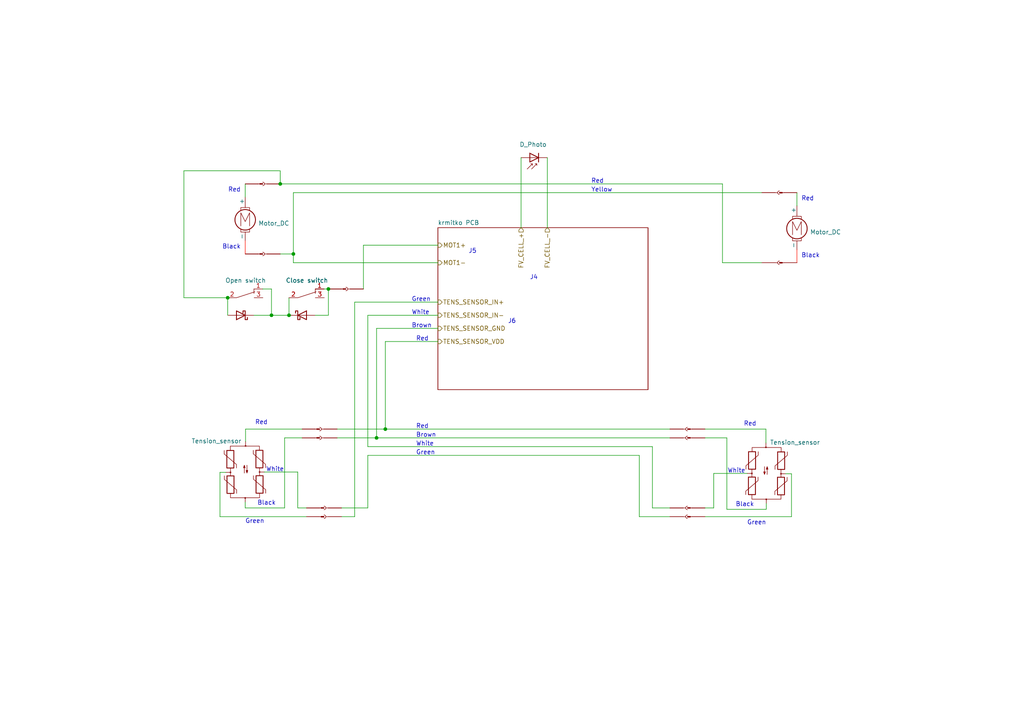
<source format=kicad_sch>
(kicad_sch (version 20230121) (generator eeschema)
  (paper "A4")
  (title_block (title "Elektrická instalace krmítka"))
  (lib_symbols
    (symbol "Conn_01x02_Socket_1" (pin_numbers hide) (pin_names (offset 1.016) hide)
      (property "Reference" "J" (at 0 2.54 0))
      (property "Value" "Conn_01x02_Socket" (at 0 -5.08 0))
      (symbol "Conn_01x02_Socket_1_1_1"
        (arc (start 0 -2.032) (mid -0.5058 -2.54) (end 0 -3.048) (stroke (width 0.1524)))
        (polyline (pts (xy -1.27 -2.54) (xy -0.508 -2.54)) (stroke (width 0.1524)))
        (polyline (pts (xy -1.27 0) (xy -0.508 0)) (stroke (width 0.1524)))
        (arc (start 0 0.508) (mid -0.5058 0) (end 0 -0.508) (stroke (width 0.1524)))
        (pin passive line (at -5.08 0 0) (length 3.81) (name "Pin_1") (number "1"))
        (pin passive line (at -5.08 -2.54 0) (length 3.81) (name "Pin_2") (number "2"))
      )
    )
    (symbol "Connector:Conn_01x01_Pin" (pin_numbers hide) (pin_names (offset 1.016) hide)
      (property "Reference" "J" (at 0 2.54 0))
      (property "Value" "Conn_01x01_Pin" (at 0 -2.54 0))
      (symbol "Conn_01x01_Pin_1_1"
        (polyline (pts (xy 1.27 0) (xy 0.8636 0)) (stroke (width 0.1524)))
        (rectangle (start 0.8636 0.127) (end 0 -0.127) (stroke (width 0.1524)) (fill (type outline)))
        (pin passive line (at 5.08 0 180) (length 3.81) (name "Pin_1") (number "1"))
      )
    )
    (symbol "Connector:Conn_01x01_Socket" (pin_numbers hide) (pin_names (offset 1.016) hide)
      (property "Reference" "J" (at 0 2.54 0))
      (property "Value" "Conn_01x01_Socket" (at 0 -2.54 0))
      (symbol "Conn_01x01_Socket_1_1"
        (polyline (pts (xy -1.27 0) (xy -0.508 0)) (stroke (width 0.1524)))
        (arc (start 0 0.508) (mid -0.5058 0) (end 0 -0.508) (stroke (width 0.1524)))
        (pin passive line (at -5.08 0 0) (length 3.81) (name "Pin_1") (number "1"))
      )
    )
    (symbol "Connector:Conn_01x02_Pin" (pin_numbers hide) (pin_names (offset 1.016) hide)
      (property "Reference" "J" (at 0 2.54 0))
      (property "Value" "Conn_01x02_Pin" (at 0 -5.08 0))
      (symbol "Conn_01x02_Pin_1_1"
        (polyline (pts (xy 1.27 -2.54) (xy 0.8636 -2.54)) (stroke (width 0.1524)))
        (polyline (pts (xy 1.27 0) (xy 0.8636 0)) (stroke (width 0.1524)))
        (rectangle (start 0.8636 -2.413) (end 0 -2.667) (stroke (width 0.1524)) (fill (type outline)))
        (rectangle (start 0.8636 0.127) (end 0 -0.127) (stroke (width 0.1524)) (fill (type outline)))
        (pin passive line (at 5.08 0 180) (length 3.81) (name "Pin_1") (number "1"))
        (pin passive line (at 5.08 -2.54 180) (length 3.81) (name "Pin_2") (number "2"))
      )
    )
    (symbol "Device:D_Photo" (pin_numbers hide) (pin_names hide)
      (property "Reference" "D" (at 0.508 1.778 0))
      (property "Value" "D_Photo" (at -1.016 -2.794 0))
      (symbol "D_Photo_0_1"
        (polyline (pts (xy -2.54 1.27) (xy -2.54 -1.27)) (stroke (width 0.254)))
        (polyline (pts (xy -2.032 1.778) (xy -1.524 1.778)))
        (polyline (pts (xy 0 0) (xy -2.54 0)))
        (polyline (pts (xy -0.508 3.302) (xy -2.032 1.778) (xy -2.032 2.286)))
        (polyline (pts (xy 0 -1.27) (xy 0 1.27) (xy -2.54 0) (xy 0 -1.27)) (stroke (width 0.254)))
        (polyline (pts (xy 0.762 3.302) (xy -0.762 1.778) (xy -0.762 2.286) (xy -0.762 1.778) (xy -0.254 1.778)))
      )
      (symbol "D_Photo_1_1"
        (pin passive line (at -5.08 0 0) (length 2.54) (name "K") (number "1"))
        (pin passive line (at 2.54 0 180) (length 2.54) (name "A") (number "2"))
      )
    )
    (symbol "Device:D_Schottky" (pin_numbers hide) (pin_names (offset 1.016) hide)
      (property "Reference" "D" (at 0 2.54 0))
      (property "Value" "D_Schottky" (at 0 -2.54 0))
      (symbol "D_Schottky_0_1"
        (polyline (pts (xy 1.27 0) (xy -1.27 0)))
        (polyline (pts (xy 1.27 1.27) (xy 1.27 -1.27) (xy -1.27 0) (xy 1.27 1.27)) (stroke (width 0.254)))
        (polyline (pts (xy -1.905 0.635) (xy -1.905 1.27) (xy -1.27 1.27) (xy -1.27 -1.27) (xy -0.635 -1.27) (xy -0.635 -0.635)) (stroke (width 0.254)))
      )
      (symbol "D_Schottky_1_1"
        (pin passive line (at -3.81 0 0) (length 2.54) (name "K") (number "1"))
        (pin passive line (at 3.81 0 180) (length 2.54) (name "A") (number "2"))
      )
    )
    (symbol "Motor_DC_ALT_1" (pin_numbers hide) (pin_names (offset 0))
      (property "Reference" "M" (at 2.54 2.54 0))
      (property "Value" "Motor_DC_ALT" (at 2.54 -5.08 0))
      (symbol "Motor_DC_ALT_1_0_0"
        (circle (center 0 -1.524) (radius 2.9718) (stroke (width 0.254)))
        (polyline (pts (xy -1.27 -4.318) (xy -1.27 -5.08) (xy 1.27 -5.08) (xy 1.27 -4.318)))
        (polyline (pts (xy -1.27 1.27) (xy -1.27 2.032) (xy 1.27 2.032) (xy 1.27 1.27)))
        (polyline (pts (xy -1.27 -3.302) (xy -1.27 0.508) (xy 0 -2.032) (xy 1.27 0.508) (xy 1.27 -3.302)))
      )
      (symbol "Motor_DC_ALT_1_0_1"
        (polyline (pts (xy 0 2.032) (xy 0 2.54)))
      )
      (symbol "Motor_DC_ALT_1_1_1"
        (pin passive line (at 0 5.08 270) (length 2.54) (name "+") (number "1"))
        (pin passive line (at 0 -7.62 90) (length 2.54) (name "-") (number "2"))
      )
    )
    (symbol "SW_SPDT_1" (pin_names (offset 0) hide)
      (property "Reference" "SW3" (at 0 8.382 0))
      (property "Value" "SW_SPDT" (at 0 5.842 0))
      (symbol "SW_SPDT_1_0_1"
        (polyline (pts (xy -2.54 0) (xy 2.794 1.7272)))
        (polyline (pts (xy 2.54 2.54) (xy 2.54 1.2192)))
      )
      (symbol "SW_SPDT_1_1_1"
        (pin passive line (at 5.08 2.54 180) (length 2.54) (name "A") (number "1"))
        (pin passive line (at -5.08 0 0) (length 2.54) (name "B") (number "2"))
        (pin passive line (at 5.1308 0 180) (length 2.54) (name "C") (number "3"))
      )
    )
    (symbol "Switch:SW_SPDT" (pin_names (offset 0) hide)
      (property "Reference" "SW3" (at 0 8.382 0))
      (property "Value" "SW_SPDT" (at 0 5.842 0))
      (symbol "SW_SPDT_0_1"
        (polyline (pts (xy -2.54 0) (xy 2.794 1.7272)))
        (polyline (pts (xy 2.54 2.54) (xy 2.54 1.2192)))
      )
      (symbol "SW_SPDT_1_1"
        (pin passive line (at 5.08 2.54 180) (length 2.54) (name "A") (number "1"))
        (pin passive line (at -5.08 0 0) (length 2.54) (name "B") (number "2"))
        (pin passive line (at 5.1308 0 180) (length 2.54) (name "C") (number "3"))
      )
    )
    (symbol "tenso_bridge:Tenzo_Bridge" (pin_numbers hide) (pin_names (offset 0))
      (property "Reference" "TS" (at 3.1496 0.9652 0))
      (property "Value" "Tension_sensor" (at 9.7536 -4.4704 0))
      (symbol "Tenzo_Bridge_0_1"
        (rectangle (start -1.0668 9.906) (end 0.9652 4.826) (stroke (width 0.254)))
        (rectangle (start -1.016 2.54) (end 1.016 -2.54) (stroke (width 0.254)))
        (polyline (pts (xy 0 4.826) (xy 0 2.5908)))
        (polyline (pts (xy 8.4328 4.8768) (xy 8.4328 2.6416)))
        (polyline (pts (xy -1.8288 9.906) (xy -1.8288 8.89) (xy 1.7272 5.842) (xy 1.7272 4.826)))
        (polyline (pts (xy -1.778 2.54) (xy -1.778 1.524) (xy 1.778 -1.524) (xy 1.778 -2.54)))
        (polyline (pts (xy -0.0508 9.906) (xy -0.0508 11.176) (xy 8.382 11.176) (xy 8.382 9.9568)))
        (polyline (pts (xy 0 -2.54) (xy 0 -3.81) (xy 8.4328 -3.81) (xy 8.4328 -2.4892)))
        (polyline (pts (xy 6.604 9.9568) (xy 6.604 8.9408) (xy 10.16 5.8928) (xy 10.16 4.8768)))
        (polyline (pts (xy 6.6548 2.5908) (xy 6.6548 1.5748) (xy 10.2108 -1.4732) (xy 10.2108 -2.4892)))
        (polyline (pts (xy 4.0132 3.3528) (xy 4.0132 5.6388) (xy 3.7592 4.8768) (xy 4.2672 4.8768) (xy 4.0132 5.6388) (xy 4.0132 5.3848)) (fill (type outline)))
        (polyline (pts (xy 4.7752 5.6388) (xy 4.7752 3.3528) (xy 4.5212 4.1148) (xy 5.0292 4.1148) (xy 4.7752 3.3528) (xy 4.7752 3.6068)) (fill (type outline)))
        (circle (center 0 3.556) (radius 0.1606))
        (circle (center 4.2672 -3.8608) (radius 0.1606))
        (circle (center 4.3688 11.2268) (radius 0.1606))
        (rectangle (start 7.366 9.9568) (end 9.398 4.8768) (stroke (width 0.254)))
        (rectangle (start 7.4168 2.5908) (end 9.4488 -2.4892) (stroke (width 0.254)))
        (circle (center 8.4328 3.6576) (radius 0.1606))
      )
      (symbol "Tenzo_Bridge_1_1"
        (pin passive line (at 4.3688 12.4968 270) (length 1.27) (name "~") (number "1"))
        (pin passive line (at 9.8044 3.6576 180) (length 1.27) (name "~") (number "1"))
        (pin passive line (at -1.3716 3.556 0) (length 1.27) (name "~") (number "2"))
        (pin passive line (at 4.2672 -5.08 90) (length 1.27) (name "~") (number "2"))
      )
    )
  )
  (junction (at 85.09 73.66))
  (junction (at 78.74 91.44))
  (junction (at 66.04 86.36))
  (junction (at 109.22 127))
  (junction (at 83.82 91.44))
  (junction (at 111.76 124.46))
  (junction (at 95.25 83.82))
  (junction (at 81.28 53.34))
  (wire (pts (xy 91.44 91.44) (xy 95.25 91.44)))
  (wire (pts (xy 189.23 147.32) (xy 194.31 147.32)))
  (wire (pts (xy 106.68 132.08) (xy 106.68 147.32)))
  (wire (pts (xy 86.36 136.906) (xy 86.36 147.32)))
  (wire (pts (xy 231.14 76.2) (xy 231.14 72.39)) (stroke (width 0) (color 255 17 0 1)))
  (wire (pts (xy 111.76 124.46) (xy 194.31 124.46)))
  (wire (pts (xy 71.12 73.66) (xy 71.12 69.85)) (stroke (width 0) (color 255 17 0 1)))
  (wire (pts (xy 78.74 83.82) (xy 76.2 83.82)))
  (wire (pts (xy 222.1484 124.46) (xy 222.1484 128.4732)))
  (wire (pts (xy 97.79 124.46) (xy 111.76 124.46)))
  (wire (pts (xy 53.34 49.53) (xy 53.34 86.36)))
  (wire (pts (xy 88.9 149.86) (xy 63.8048 149.86)))
  (wire (pts (xy 81.28 49.53) (xy 53.34 49.53)))
  (wire (pts (xy 88.9 147.32) (xy 86.36 147.32)))
  (wire (pts (xy 127 76.2) (xy 85.09 76.2)))
  (wire (pts (xy 229.5652 149.86) (xy 229.5652 137.414)))
  (wire (pts (xy 222.25 147.7264) (xy 210.82 147.7264)))
  (wire (pts (xy 73.66 91.44) (xy 78.74 91.44)))
  (wire (pts (xy 185.42 132.08) (xy 106.68 132.08)))
  (wire (pts (xy 194.31 149.86) (xy 185.42 149.86)))
  (wire (pts (xy 63.8048 149.86) (xy 63.8048 137.0076)))
  (wire (pts (xy 86.36 136.906) (xy 76.6572 136.906)))
  (wire (pts (xy 210.82 127) (xy 210.82 147.7264)))
  (wire (pts (xy 87.63 124.46) (xy 71.2216 124.46)))
  (wire (pts (xy 102.87 87.63) (xy 127 87.63)))
  (wire (pts (xy 87.63 127) (xy 82.55 127)))
  (wire (pts (xy 105.41 83.82) (xy 105.41 71.12)))
  (wire (pts (xy 85.09 55.88) (xy 220.98 55.88)))
  (wire (pts (xy 71.12 147.32) (xy 82.55 147.32)))
  (wire (pts (xy 127 95.25) (xy 109.22 95.25)))
  (wire (pts (xy 209.55 76.2) (xy 220.98 76.2)))
  (wire (pts (xy 229.5652 137.414) (xy 227.8888 137.414)))
  (wire (pts (xy 185.42 149.86) (xy 185.42 132.08)))
  (wire (pts (xy 85.09 55.88) (xy 85.09 73.66)))
  (wire (pts (xy 97.79 127) (xy 109.22 127)))
  (wire (pts (xy 78.74 91.44) (xy 78.74 83.82)))
  (wire (pts (xy 78.74 91.44) (xy 83.82 91.44)))
  (wire (pts (xy 53.34 86.36) (xy 66.04 86.36)))
  (wire (pts (xy 209.55 76.2) (xy 209.55 53.34)))
  (wire (pts (xy 106.68 91.44) (xy 106.68 129.54)))
  (wire (pts (xy 81.28 53.34) (xy 81.28 49.53)))
  (wire (pts (xy 127 91.44) (xy 106.68 91.44)))
  (wire (pts (xy 204.47 147.32) (xy 207.01 147.32)))
  (wire (pts (xy 63.8048 137.0076) (xy 65.4812 137.0076)))
  (wire (pts (xy 85.09 73.66) (xy 81.28 73.66)))
  (wire (pts (xy 231.14 55.88) (xy 231.14 59.69)))
  (wire (pts (xy 189.23 129.54) (xy 189.23 147.32)))
  (wire (pts (xy 204.47 149.86) (xy 229.5652 149.86)))
  (wire (pts (xy 207.01 137.3124) (xy 207.01 147.32)))
  (wire (pts (xy 82.55 127) (xy 82.55 147.32)))
  (wire (pts (xy 71.12 53.34) (xy 71.12 57.15)))
  (wire (pts (xy 111.76 99.06) (xy 111.76 124.46)))
  (wire (pts (xy 106.68 129.54) (xy 189.23 129.54)))
  (wire (pts (xy 66.04 86.36) (xy 66.04 91.44)))
  (wire (pts (xy 105.41 71.12) (xy 127 71.12)))
  (wire (pts (xy 83.82 86.36) (xy 83.82 91.44)))
  (wire (pts (xy 204.47 124.46) (xy 222.1484 124.46)))
  (wire (pts (xy 99.06 149.86) (xy 102.87 149.86)))
  (wire (pts (xy 204.47 127) (xy 210.82 127)))
  (wire (pts (xy 222.25 147.7264) (xy 222.25 146.05)))
  (wire (pts (xy 95.25 83.82) (xy 93.98 83.82)))
  (wire (pts (xy 95.25 91.44) (xy 95.25 83.82)))
  (wire (pts (xy 127 99.06) (xy 111.76 99.06)))
  (wire (pts (xy 102.87 149.86) (xy 102.87 87.63)))
  (wire (pts (xy 106.68 147.32) (xy 99.06 147.32)))
  (wire (pts (xy 207.01 137.3124) (xy 216.7128 137.3124)))
  (wire (pts (xy 71.12 147.32) (xy 71.12 145.6436)))
  (wire (pts (xy 209.55 53.34) (xy 81.28 53.34)))
  (wire (pts (xy 109.22 127) (xy 194.31 127)))
  (wire (pts (xy 71.2216 124.46) (xy 71.2216 128.0668)))
  (wire (pts (xy 158.75 45.72) (xy 158.75 66.04)))
  (wire (pts (xy 85.09 76.2) (xy 85.09 73.66)))
  (wire (pts (xy 151.13 45.72) (xy 151.13 66.04)))
  (wire (pts (xy 109.22 95.25) (xy 109.22 127)))
  (text "Brown" (at 119.38 95.25 0) (effects (font (size 1.27 1.27)) (justify left bottom)))
  (text "Red" (at 219.4052 123.7488 0) (effects (font (size 1.27 1.27)) (justify right bottom)))
  (text "Red" (at 120.65 124.46 0) (effects (font (size 1.27 1.27)) (justify left bottom)))
  (text "White" (at 77.1652 136.9568 0) (effects (font (size 1.27 1.27)) (justify left bottom)))
  (text "White" (at 120.65 129.54 0) (effects (font (size 1.27 1.27)) (justify left bottom)))
  (text "J5" (at 135.89 73.66 0) (effects (font (size 1.27 1.27)) (justify left bottom)))
  (text "Green" (at 119.38 87.63 0) (effects (font (size 1.27 1.27)) (justify left bottom)))
  (text "Yellow" (at 171.45 55.88 0) (effects (font (size 1.27 1.27)) (justify left bottom)))
  (text "White" (at 119.38 91.44 0) (effects (font (size 1.27 1.27)) (justify left bottom)))
  (text "Green" (at 71.12 151.9936 0) (effects (font (size 1.27 1.27)) (justify left bottom)))
  (text "J6" (at 147.32 93.98 0) (effects (font (size 1.27 1.27)) (justify left bottom)))
  (text "Red" (at 73.9648 123.3424 0) (effects (font (size 1.27 1.27)) (justify left bottom)))
  (text "Green" (at 120.65 132.08 0) (effects (font (size 1.27 1.27)) (justify left bottom)))
  (text "Red" (at 120.65 99.06 0) (effects (font (size 1.27 1.27)) (justify left bottom)))
  (text "Red" (at 232.41 58.42 0) (effects (font (size 1.27 1.27)) (justify left bottom)))
  (text "White" (at 216.2048 137.3632 0) (effects (font (size 1.27 1.27)) (justify right bottom)))
  (text "J4" (at 153.67 81.28 0) (effects (font (size 1.27 1.27)) (justify left bottom)))
  (text "Black" (at 69.85 72.39 0) (effects (font (size 1.27 1.27)) (justify right bottom)))
  (text "Green" (at 222.25 152.4 0) (effects (font (size 1.27 1.27)) (justify right bottom)))
  (text "Brown" (at 120.65 127 0) (effects (font (size 1.27 1.27)) (justify left bottom)))
  (text "Black" (at 74.6252 146.7104 0) (effects (font (size 1.27 1.27)) (justify left bottom)))
  (text "Black" (at 218.7448 147.1168 0) (effects (font (size 1.27 1.27)) (justify right bottom)))
  (text "Black" (at 232.41 74.93 0) (effects (font (size 1.27 1.27)) (justify left bottom)))
  (text "Red" (at 171.45 53.34 0) (effects (font (size 1.27 1.27)) (justify left bottom)))
  (text "Red" (at 69.85 55.88 0) (effects (font (size 1.27 1.27)) (justify right bottom)))
  (hierarchical_label "TENS_SENSOR_VDD" (shape output) (at 127 99.06 0))
  (hierarchical_label "FV_CELL_+" (shape input) (at 151.13 66.04 270))
  (hierarchical_label "FV_CELL_-" (shape input) (at 158.75 66.04 270))
  (hierarchical_label "TENS_SENSOR_IN-" (shape output) (at 127 91.44 0))
  (hierarchical_label "MOT1+" (shape output) (at 127 71.12 0))
  (hierarchical_label "TENS_SENSOR_IN+" (shape output) (at 127 87.63 0))
  (hierarchical_label "TENS_SENSOR_GND" (shape output) (at 127 95.25 0))
  (hierarchical_label "MOT1-" (shape output) (at 127 76.2 0))
  (symbol (lib_name "Motor_DC_ALT_1") (lib_id "Motor:Motor_DC_ALT") (at 71.12 62.23 0) (mirror y) (unit 1)
    (property "Reference" "M1" (effects hide))
    (property "Value" "Motor_DC" (at 74.93 64.77 0) (effects (justify right)))
  )
  (symbol (lib_id "Connector:Conn_01x01_Pin") (at 76.2 73.66 0) (mirror y) (unit 1)
    (property "Reference" "J10" (effects hide))
    (property "Value" "Conn_01x01_Pin" (effects hide))
  )
  (symbol (lib_id "Connector:Conn_01x02_Pin") (at 199.39 149.86 0) (mirror x) (unit 1)
    (property "Reference" "J22" (effects hide))
    (property "Value" "Conn_01x02_Pin" (effects hide))
  )
  (symbol (lib_name "Conn_01x02_Socket_1") (lib_id "Connector:Conn_01x02_Socket") (at 199.39 149.86 0) (mirror x) (unit 1)
    (property "Reference" "J26" (effects hide))
    (property "Value" "Conn_01x02_Socket" (effects hide))
  )
  (symbol (lib_id "Connector:Conn_01x01_Socket") (at 226.06 76.2 0) (unit 1)
    (property "Reference" "J19" (effects hide))
    (property "Value" "Conn_01x01_Socket" (effects hide))
  )
  (symbol (lib_id "Connector:Conn_01x01_Pin") (at 226.06 76.2 0) (unit 1)
    (property "Reference" "J20" (effects hide))
    (property "Value" "Conn_01x01_Pin" (effects hide))
  )
  (symbol (lib_name "Conn_01x02_Socket_1") (lib_id "Connector:Conn_01x02_Socket") (at 93.98 149.86 180) (unit 1)
    (property "Reference" "J27" (effects hide))
    (property "Value" "Conn_01x02_Socket" (effects hide))
  )
  (symbol (lib_id "Device:D_Schottky") (at 69.85 91.44 180) (unit 1)
    (property "Reference" "D8" (effects hide))
    (property "Value" "D_Schottky" (effects hide))
  )
  (symbol (lib_id "Connector:Conn_01x01_Pin") (at 226.06 55.88 0) (unit 1)
    (property "Reference" "J14" (effects hide))
    (property "Value" "Conn_01x01_Pin" (effects hide))
  )
  (symbol (lib_id "tenso_bridge:Tenzo_Bridge") (at 66.8528 140.5636 0) (unit 1)
    (property "Reference" "TS3" (effects hide))
    (property "Value" "Tension_sensor" (at 62.7888 127.9144 0))
  )
  (symbol (lib_id "Connector:Conn_01x02_Pin") (at 92.71 127 180) (unit 1)
    (property "Reference" "J23" (effects hide))
    (property "Value" "Conn_01x02_Pin" (effects hide))
  )
  (symbol (lib_id "Connector:Conn_01x02_Pin") (at 199.39 127 0) (mirror x) (unit 1)
    (property "Reference" "J21" (effects hide))
    (property "Value" "Conn_01x02_Pin" (effects hide))
  )
  (symbol (lib_id "Connector:Conn_01x01_Socket") (at 76.2 73.66 0) (mirror y) (unit 1)
    (property "Reference" "J12" (effects hide))
    (property "Value" "Conn_01x01_Socket" (effects hide))
  )
  (symbol (lib_id "Switch:SW_SPDT") (at 88.9 86.36 0) (unit 1)
    (property "Reference" "SW3" (effects hide))
    (property "Value" "Close switch" (at 89.027 81.3308 0))
  )
  (symbol (lib_name "SW_SPDT_1") (lib_id "Switch:SW_SPDT") (at 71.12 86.36 0) (unit 1)
    (property "Reference" "SW5" (effects hide))
    (property "Value" "Open switch" (at 71.247 81.3308 0))
  )
  (symbol (lib_id "Connector:Conn_01x01_Pin") (at 76.2 53.34 0) (mirror y) (unit 1)
    (property "Reference" "J11" (effects hide))
    (property "Value" "Conn_01x01_Pin" (effects hide))
  )
  (symbol (lib_id "Device:D_Photo") (at 153.67 45.72 180) (unit 1)
    (property "Reference" "D2" (effects hide))
    (property "Value" "D_Photo" (at 154.6225 41.91 0))
  )
  (symbol (lib_id "Connector:Conn_01x01_Socket") (at 100.33 83.82 0) (mirror y) (unit 1)
    (property "Reference" "J3" (effects hide))
    (property "Value" "Conn_01x01_Socket" (effects hide))
  )
  (symbol (lib_name "Conn_01x02_Socket_1") (lib_id "Connector:Conn_01x02_Socket") (at 199.39 127 0) (mirror x) (unit 1)
    (property "Reference" "J25" (effects hide))
    (property "Value" "Conn_01x02_Socket" (effects hide))
  )
  (symbol (lib_name "Conn_01x02_Socket_1") (lib_id "Connector:Conn_01x02_Socket") (at 92.71 127 180) (unit 1)
    (property "Reference" "J24" (effects hide))
    (property "Value" "Conn_01x02_Socket" (effects hide))
  )
  (symbol (lib_id "Connector:Conn_01x01_Socket") (at 226.06 55.88 0) (unit 1)
    (property "Reference" "J18" (effects hide))
    (property "Value" "Conn_01x01_Socket" (effects hide))
  )
  (symbol (lib_id "Device:D_Schottky") (at 87.63 91.44 0) (unit 1)
    (property "Reference" "D6" (effects hide))
    (property "Value" "D_Schottky" (effects hide))
  )
  (symbol (lib_id "Connector:Conn_01x02_Pin") (at 93.98 149.86 180) (unit 1)
    (property "Reference" "J28" (effects hide))
    (property "Value" "Conn_01x02_Pin" (effects hide))
  )
  (symbol (lib_id "tenso_bridge:Tenzo_Bridge") (at 226.5172 140.97 0) (mirror y) (unit 1)
    (property "Reference" "TS2" (effects hide))
    (property "Value" "Tension_sensor" (at 230.5812 128.3208 0))
  )
  (symbol (lib_name "Motor_DC_ALT_1") (lib_id "Motor:Motor_DC_ALT") (at 231.14 64.77 0) (unit 1)
    (property "Reference" "M3" (effects hide))
    (property "Value" "Motor_DC" (at 234.95 67.31 0) (effects (justify left)))
  )
  (symbol (lib_id "Connector:Conn_01x01_Socket") (at 76.2 53.34 0) (mirror y) (unit 1)
    (property "Reference" "J9" (effects hide))
    (property "Value" "Conn_01x01_Socket" (effects hide))
  )
  (symbol (lib_id "Connector:Conn_01x01_Pin") (at 100.33 83.82 0) (mirror y) (unit 1)
    (property "Reference" "J8" (effects hide))
    (property "Value" "Conn_01x01_Pin" (effects hide))
  )
  (sheet (at 127 66.04) (size 60.96 46.99) (stroke (width 0.1524))
    (property "Sheetname" "krmitko PCB" (at 127 65.3284 0) (effects (justify left bottom)))
    (property "Sheetfile" "./krmitko_pcb.kicad_sch" (effects hide))
  )
)
</source>
